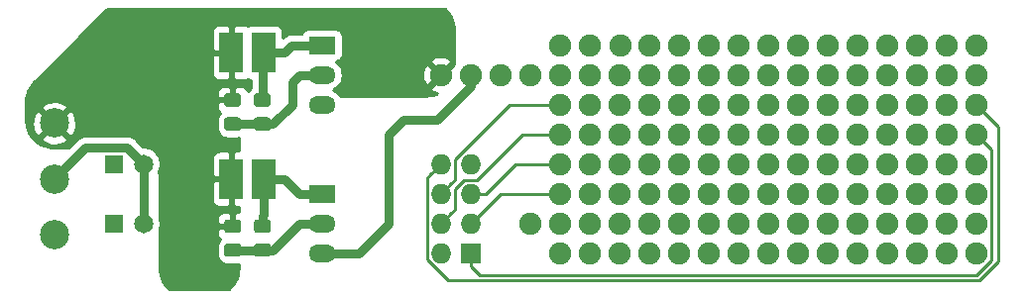
<source format=gbr>
G04 #@! TF.GenerationSoftware,KiCad,Pcbnew,5.1.5*
G04 #@! TF.CreationDate,2020-02-21T12:03:57-06:00*
G04 #@! TF.ProjectId,ESP-01_Breakout,4553502d-3031-45f4-9272-65616b6f7574,rev?*
G04 #@! TF.SameCoordinates,Original*
G04 #@! TF.FileFunction,Copper,L1,Top*
G04 #@! TF.FilePolarity,Positive*
%FSLAX46Y46*%
G04 Gerber Fmt 4.6, Leading zero omitted, Abs format (unit mm)*
G04 Created by KiCad (PCBNEW 5.1.5) date 2020-02-21 12:03:57*
%MOMM*%
%LPD*%
G04 APERTURE LIST*
%ADD10C,1.905000*%
%ADD11R,1.727200X1.727200*%
%ADD12O,1.727200X1.727200*%
%ADD13C,2.500000*%
%ADD14C,1.650000*%
%ADD15R,1.650000X1.650000*%
%ADD16O,2.300000X1.500000*%
%ADD17R,2.300000X1.500000*%
%ADD18R,2.050000X3.500000*%
%ADD19C,0.127000*%
%ADD20C,0.762000*%
%ADD21C,0.250000*%
%ADD22C,0.254000*%
G04 APERTURE END LIST*
D10*
X187960000Y-81280000D03*
D11*
X162560000Y-99060000D03*
D12*
X160020000Y-99060000D03*
X162560000Y-96520000D03*
X160020000Y-96520000D03*
X162560000Y-93980000D03*
X160020000Y-93980000D03*
X162560000Y-91440000D03*
X160020000Y-91440000D03*
D10*
X160020000Y-83820000D03*
X167640000Y-83820000D03*
X167640000Y-96520000D03*
X162560000Y-83820000D03*
X165100000Y-83820000D03*
X205740000Y-99060000D03*
X205740000Y-83820000D03*
X170180000Y-91440000D03*
X172720000Y-93980000D03*
X205740000Y-86360000D03*
X205740000Y-88900000D03*
X198120000Y-96520000D03*
X170180000Y-99060000D03*
X172720000Y-99060000D03*
X177800000Y-83820000D03*
X172720000Y-91440000D03*
X170180000Y-93980000D03*
X203200000Y-86360000D03*
X203200000Y-88900000D03*
X182880000Y-96520000D03*
X203200000Y-99060000D03*
X182880000Y-99060000D03*
X175260000Y-83820000D03*
X177800000Y-93980000D03*
X205740000Y-91440000D03*
X198120000Y-88900000D03*
X198120000Y-86360000D03*
X193040000Y-96520000D03*
X185420000Y-99060000D03*
X177800000Y-99060000D03*
X172720000Y-83820000D03*
X175260000Y-93980000D03*
X198120000Y-91440000D03*
X193040000Y-88900000D03*
X195580000Y-86360000D03*
X190500000Y-96520000D03*
X180340000Y-99060000D03*
X170180000Y-83820000D03*
X203200000Y-93980000D03*
X203200000Y-91440000D03*
X190500000Y-88900000D03*
X193040000Y-86360000D03*
X180340000Y-96520000D03*
X175260000Y-99060000D03*
X190500000Y-81280000D03*
X203200000Y-83820000D03*
X182880000Y-93980000D03*
X200660000Y-91440000D03*
X195580000Y-88900000D03*
X187960000Y-86360000D03*
X185420000Y-96520000D03*
X203200000Y-81280000D03*
X193040000Y-81280000D03*
X180340000Y-83820000D03*
X190500000Y-93980000D03*
X195580000Y-91440000D03*
X200660000Y-88900000D03*
X190500000Y-86360000D03*
X200660000Y-96520000D03*
X198120000Y-81280000D03*
X205740000Y-81280000D03*
X193040000Y-83820000D03*
X187960000Y-93980000D03*
X175260000Y-91440000D03*
X187960000Y-88900000D03*
X200660000Y-86360000D03*
X203200000Y-96520000D03*
X200660000Y-81280000D03*
X185420000Y-81280000D03*
X200660000Y-83820000D03*
X193040000Y-93980000D03*
X193040000Y-91440000D03*
X182880000Y-88900000D03*
X182880000Y-86360000D03*
X205740000Y-96520000D03*
X195580000Y-81280000D03*
X182880000Y-81280000D03*
X190500000Y-83820000D03*
X180340000Y-93980000D03*
X190500000Y-91440000D03*
X185420000Y-88900000D03*
X185420000Y-86360000D03*
X177800000Y-96520000D03*
X198120000Y-99060000D03*
X180340000Y-81280000D03*
X187960000Y-83820000D03*
X205740000Y-93980000D03*
X185420000Y-91440000D03*
X180340000Y-88900000D03*
X180340000Y-86360000D03*
X170180000Y-96520000D03*
X170180000Y-81280000D03*
X200660000Y-99060000D03*
X185420000Y-83820000D03*
X195580000Y-93980000D03*
X187960000Y-91440000D03*
X177800000Y-88900000D03*
X175260000Y-86360000D03*
X187960000Y-96520000D03*
X177800000Y-81280000D03*
X195580000Y-99060000D03*
X198120000Y-83820000D03*
X198120000Y-93980000D03*
X177800000Y-91440000D03*
X172720000Y-88900000D03*
X172720000Y-86360000D03*
X172720000Y-96520000D03*
X187960000Y-99060000D03*
X175410000Y-81280000D03*
X182880000Y-83820000D03*
X185420000Y-93980000D03*
X182880000Y-91440000D03*
X170180000Y-88900000D03*
X170180000Y-86360000D03*
X195580000Y-96520000D03*
X190500000Y-99060000D03*
X172720000Y-81280000D03*
X195580000Y-83820000D03*
X200660000Y-93980000D03*
X180340000Y-91440000D03*
X175260000Y-88900000D03*
X177800000Y-86360000D03*
X175260000Y-96520000D03*
X193040000Y-99060000D03*
D13*
X127000000Y-97460000D03*
X127000000Y-92710000D03*
X127000000Y-87960000D03*
D14*
X134620000Y-96520000D03*
D15*
X132080000Y-96520000D03*
D14*
X134620000Y-91440000D03*
D15*
X132080000Y-91440000D03*
D16*
X149860000Y-86360000D03*
X149860000Y-83820000D03*
D17*
X149860000Y-81280000D03*
D16*
X149860000Y-99060000D03*
X149860000Y-96520000D03*
D17*
X149860000Y-93980000D03*
D18*
X144885000Y-92710000D03*
X142135000Y-92710000D03*
X144885000Y-81915000D03*
X142135000Y-81915000D03*
G04 #@! TA.AperFunction,SMDPad,CuDef*
D19*
G36*
X145254505Y-98241204D02*
G01*
X145278773Y-98244804D01*
X145302572Y-98250765D01*
X145325671Y-98259030D01*
X145347850Y-98269520D01*
X145368893Y-98282132D01*
X145388599Y-98296747D01*
X145406777Y-98313223D01*
X145423253Y-98331401D01*
X145437868Y-98351107D01*
X145450480Y-98372150D01*
X145460970Y-98394329D01*
X145469235Y-98417428D01*
X145475196Y-98441227D01*
X145478796Y-98465495D01*
X145480000Y-98489999D01*
X145480000Y-99140001D01*
X145478796Y-99164505D01*
X145475196Y-99188773D01*
X145469235Y-99212572D01*
X145460970Y-99235671D01*
X145450480Y-99257850D01*
X145437868Y-99278893D01*
X145423253Y-99298599D01*
X145406777Y-99316777D01*
X145388599Y-99333253D01*
X145368893Y-99347868D01*
X145347850Y-99360480D01*
X145325671Y-99370970D01*
X145302572Y-99379235D01*
X145278773Y-99385196D01*
X145254505Y-99388796D01*
X145230001Y-99390000D01*
X144329999Y-99390000D01*
X144305495Y-99388796D01*
X144281227Y-99385196D01*
X144257428Y-99379235D01*
X144234329Y-99370970D01*
X144212150Y-99360480D01*
X144191107Y-99347868D01*
X144171401Y-99333253D01*
X144153223Y-99316777D01*
X144136747Y-99298599D01*
X144122132Y-99278893D01*
X144109520Y-99257850D01*
X144099030Y-99235671D01*
X144090765Y-99212572D01*
X144084804Y-99188773D01*
X144081204Y-99164505D01*
X144080000Y-99140001D01*
X144080000Y-98489999D01*
X144081204Y-98465495D01*
X144084804Y-98441227D01*
X144090765Y-98417428D01*
X144099030Y-98394329D01*
X144109520Y-98372150D01*
X144122132Y-98351107D01*
X144136747Y-98331401D01*
X144153223Y-98313223D01*
X144171401Y-98296747D01*
X144191107Y-98282132D01*
X144212150Y-98269520D01*
X144234329Y-98259030D01*
X144257428Y-98250765D01*
X144281227Y-98244804D01*
X144305495Y-98241204D01*
X144329999Y-98240000D01*
X145230001Y-98240000D01*
X145254505Y-98241204D01*
G37*
G04 #@! TD.AperFunction*
G04 #@! TA.AperFunction,SMDPad,CuDef*
G36*
X145254505Y-96191204D02*
G01*
X145278773Y-96194804D01*
X145302572Y-96200765D01*
X145325671Y-96209030D01*
X145347850Y-96219520D01*
X145368893Y-96232132D01*
X145388599Y-96246747D01*
X145406777Y-96263223D01*
X145423253Y-96281401D01*
X145437868Y-96301107D01*
X145450480Y-96322150D01*
X145460970Y-96344329D01*
X145469235Y-96367428D01*
X145475196Y-96391227D01*
X145478796Y-96415495D01*
X145480000Y-96439999D01*
X145480000Y-97090001D01*
X145478796Y-97114505D01*
X145475196Y-97138773D01*
X145469235Y-97162572D01*
X145460970Y-97185671D01*
X145450480Y-97207850D01*
X145437868Y-97228893D01*
X145423253Y-97248599D01*
X145406777Y-97266777D01*
X145388599Y-97283253D01*
X145368893Y-97297868D01*
X145347850Y-97310480D01*
X145325671Y-97320970D01*
X145302572Y-97329235D01*
X145278773Y-97335196D01*
X145254505Y-97338796D01*
X145230001Y-97340000D01*
X144329999Y-97340000D01*
X144305495Y-97338796D01*
X144281227Y-97335196D01*
X144257428Y-97329235D01*
X144234329Y-97320970D01*
X144212150Y-97310480D01*
X144191107Y-97297868D01*
X144171401Y-97283253D01*
X144153223Y-97266777D01*
X144136747Y-97248599D01*
X144122132Y-97228893D01*
X144109520Y-97207850D01*
X144099030Y-97185671D01*
X144090765Y-97162572D01*
X144084804Y-97138773D01*
X144081204Y-97114505D01*
X144080000Y-97090001D01*
X144080000Y-96439999D01*
X144081204Y-96415495D01*
X144084804Y-96391227D01*
X144090765Y-96367428D01*
X144099030Y-96344329D01*
X144109520Y-96322150D01*
X144122132Y-96301107D01*
X144136747Y-96281401D01*
X144153223Y-96263223D01*
X144171401Y-96246747D01*
X144191107Y-96232132D01*
X144212150Y-96219520D01*
X144234329Y-96209030D01*
X144257428Y-96200765D01*
X144281227Y-96194804D01*
X144305495Y-96191204D01*
X144329999Y-96190000D01*
X145230001Y-96190000D01*
X145254505Y-96191204D01*
G37*
G04 #@! TD.AperFunction*
G04 #@! TA.AperFunction,SMDPad,CuDef*
G36*
X145254505Y-87446204D02*
G01*
X145278773Y-87449804D01*
X145302572Y-87455765D01*
X145325671Y-87464030D01*
X145347850Y-87474520D01*
X145368893Y-87487132D01*
X145388599Y-87501747D01*
X145406777Y-87518223D01*
X145423253Y-87536401D01*
X145437868Y-87556107D01*
X145450480Y-87577150D01*
X145460970Y-87599329D01*
X145469235Y-87622428D01*
X145475196Y-87646227D01*
X145478796Y-87670495D01*
X145480000Y-87694999D01*
X145480000Y-88345001D01*
X145478796Y-88369505D01*
X145475196Y-88393773D01*
X145469235Y-88417572D01*
X145460970Y-88440671D01*
X145450480Y-88462850D01*
X145437868Y-88483893D01*
X145423253Y-88503599D01*
X145406777Y-88521777D01*
X145388599Y-88538253D01*
X145368893Y-88552868D01*
X145347850Y-88565480D01*
X145325671Y-88575970D01*
X145302572Y-88584235D01*
X145278773Y-88590196D01*
X145254505Y-88593796D01*
X145230001Y-88595000D01*
X144329999Y-88595000D01*
X144305495Y-88593796D01*
X144281227Y-88590196D01*
X144257428Y-88584235D01*
X144234329Y-88575970D01*
X144212150Y-88565480D01*
X144191107Y-88552868D01*
X144171401Y-88538253D01*
X144153223Y-88521777D01*
X144136747Y-88503599D01*
X144122132Y-88483893D01*
X144109520Y-88462850D01*
X144099030Y-88440671D01*
X144090765Y-88417572D01*
X144084804Y-88393773D01*
X144081204Y-88369505D01*
X144080000Y-88345001D01*
X144080000Y-87694999D01*
X144081204Y-87670495D01*
X144084804Y-87646227D01*
X144090765Y-87622428D01*
X144099030Y-87599329D01*
X144109520Y-87577150D01*
X144122132Y-87556107D01*
X144136747Y-87536401D01*
X144153223Y-87518223D01*
X144171401Y-87501747D01*
X144191107Y-87487132D01*
X144212150Y-87474520D01*
X144234329Y-87464030D01*
X144257428Y-87455765D01*
X144281227Y-87449804D01*
X144305495Y-87446204D01*
X144329999Y-87445000D01*
X145230001Y-87445000D01*
X145254505Y-87446204D01*
G37*
G04 #@! TD.AperFunction*
G04 #@! TA.AperFunction,SMDPad,CuDef*
G36*
X145254505Y-85396204D02*
G01*
X145278773Y-85399804D01*
X145302572Y-85405765D01*
X145325671Y-85414030D01*
X145347850Y-85424520D01*
X145368893Y-85437132D01*
X145388599Y-85451747D01*
X145406777Y-85468223D01*
X145423253Y-85486401D01*
X145437868Y-85506107D01*
X145450480Y-85527150D01*
X145460970Y-85549329D01*
X145469235Y-85572428D01*
X145475196Y-85596227D01*
X145478796Y-85620495D01*
X145480000Y-85644999D01*
X145480000Y-86295001D01*
X145478796Y-86319505D01*
X145475196Y-86343773D01*
X145469235Y-86367572D01*
X145460970Y-86390671D01*
X145450480Y-86412850D01*
X145437868Y-86433893D01*
X145423253Y-86453599D01*
X145406777Y-86471777D01*
X145388599Y-86488253D01*
X145368893Y-86502868D01*
X145347850Y-86515480D01*
X145325671Y-86525970D01*
X145302572Y-86534235D01*
X145278773Y-86540196D01*
X145254505Y-86543796D01*
X145230001Y-86545000D01*
X144329999Y-86545000D01*
X144305495Y-86543796D01*
X144281227Y-86540196D01*
X144257428Y-86534235D01*
X144234329Y-86525970D01*
X144212150Y-86515480D01*
X144191107Y-86502868D01*
X144171401Y-86488253D01*
X144153223Y-86471777D01*
X144136747Y-86453599D01*
X144122132Y-86433893D01*
X144109520Y-86412850D01*
X144099030Y-86390671D01*
X144090765Y-86367572D01*
X144084804Y-86343773D01*
X144081204Y-86319505D01*
X144080000Y-86295001D01*
X144080000Y-85644999D01*
X144081204Y-85620495D01*
X144084804Y-85596227D01*
X144090765Y-85572428D01*
X144099030Y-85549329D01*
X144109520Y-85527150D01*
X144122132Y-85506107D01*
X144136747Y-85486401D01*
X144153223Y-85468223D01*
X144171401Y-85451747D01*
X144191107Y-85437132D01*
X144212150Y-85424520D01*
X144234329Y-85414030D01*
X144257428Y-85405765D01*
X144281227Y-85399804D01*
X144305495Y-85396204D01*
X144329999Y-85395000D01*
X145230001Y-85395000D01*
X145254505Y-85396204D01*
G37*
G04 #@! TD.AperFunction*
G04 #@! TA.AperFunction,SMDPad,CuDef*
G36*
X142714505Y-98241204D02*
G01*
X142738773Y-98244804D01*
X142762572Y-98250765D01*
X142785671Y-98259030D01*
X142807850Y-98269520D01*
X142828893Y-98282132D01*
X142848599Y-98296747D01*
X142866777Y-98313223D01*
X142883253Y-98331401D01*
X142897868Y-98351107D01*
X142910480Y-98372150D01*
X142920970Y-98394329D01*
X142929235Y-98417428D01*
X142935196Y-98441227D01*
X142938796Y-98465495D01*
X142940000Y-98489999D01*
X142940000Y-99140001D01*
X142938796Y-99164505D01*
X142935196Y-99188773D01*
X142929235Y-99212572D01*
X142920970Y-99235671D01*
X142910480Y-99257850D01*
X142897868Y-99278893D01*
X142883253Y-99298599D01*
X142866777Y-99316777D01*
X142848599Y-99333253D01*
X142828893Y-99347868D01*
X142807850Y-99360480D01*
X142785671Y-99370970D01*
X142762572Y-99379235D01*
X142738773Y-99385196D01*
X142714505Y-99388796D01*
X142690001Y-99390000D01*
X141789999Y-99390000D01*
X141765495Y-99388796D01*
X141741227Y-99385196D01*
X141717428Y-99379235D01*
X141694329Y-99370970D01*
X141672150Y-99360480D01*
X141651107Y-99347868D01*
X141631401Y-99333253D01*
X141613223Y-99316777D01*
X141596747Y-99298599D01*
X141582132Y-99278893D01*
X141569520Y-99257850D01*
X141559030Y-99235671D01*
X141550765Y-99212572D01*
X141544804Y-99188773D01*
X141541204Y-99164505D01*
X141540000Y-99140001D01*
X141540000Y-98489999D01*
X141541204Y-98465495D01*
X141544804Y-98441227D01*
X141550765Y-98417428D01*
X141559030Y-98394329D01*
X141569520Y-98372150D01*
X141582132Y-98351107D01*
X141596747Y-98331401D01*
X141613223Y-98313223D01*
X141631401Y-98296747D01*
X141651107Y-98282132D01*
X141672150Y-98269520D01*
X141694329Y-98259030D01*
X141717428Y-98250765D01*
X141741227Y-98244804D01*
X141765495Y-98241204D01*
X141789999Y-98240000D01*
X142690001Y-98240000D01*
X142714505Y-98241204D01*
G37*
G04 #@! TD.AperFunction*
G04 #@! TA.AperFunction,SMDPad,CuDef*
G36*
X142714505Y-96191204D02*
G01*
X142738773Y-96194804D01*
X142762572Y-96200765D01*
X142785671Y-96209030D01*
X142807850Y-96219520D01*
X142828893Y-96232132D01*
X142848599Y-96246747D01*
X142866777Y-96263223D01*
X142883253Y-96281401D01*
X142897868Y-96301107D01*
X142910480Y-96322150D01*
X142920970Y-96344329D01*
X142929235Y-96367428D01*
X142935196Y-96391227D01*
X142938796Y-96415495D01*
X142940000Y-96439999D01*
X142940000Y-97090001D01*
X142938796Y-97114505D01*
X142935196Y-97138773D01*
X142929235Y-97162572D01*
X142920970Y-97185671D01*
X142910480Y-97207850D01*
X142897868Y-97228893D01*
X142883253Y-97248599D01*
X142866777Y-97266777D01*
X142848599Y-97283253D01*
X142828893Y-97297868D01*
X142807850Y-97310480D01*
X142785671Y-97320970D01*
X142762572Y-97329235D01*
X142738773Y-97335196D01*
X142714505Y-97338796D01*
X142690001Y-97340000D01*
X141789999Y-97340000D01*
X141765495Y-97338796D01*
X141741227Y-97335196D01*
X141717428Y-97329235D01*
X141694329Y-97320970D01*
X141672150Y-97310480D01*
X141651107Y-97297868D01*
X141631401Y-97283253D01*
X141613223Y-97266777D01*
X141596747Y-97248599D01*
X141582132Y-97228893D01*
X141569520Y-97207850D01*
X141559030Y-97185671D01*
X141550765Y-97162572D01*
X141544804Y-97138773D01*
X141541204Y-97114505D01*
X141540000Y-97090001D01*
X141540000Y-96439999D01*
X141541204Y-96415495D01*
X141544804Y-96391227D01*
X141550765Y-96367428D01*
X141559030Y-96344329D01*
X141569520Y-96322150D01*
X141582132Y-96301107D01*
X141596747Y-96281401D01*
X141613223Y-96263223D01*
X141631401Y-96246747D01*
X141651107Y-96232132D01*
X141672150Y-96219520D01*
X141694329Y-96209030D01*
X141717428Y-96200765D01*
X141741227Y-96194804D01*
X141765495Y-96191204D01*
X141789999Y-96190000D01*
X142690001Y-96190000D01*
X142714505Y-96191204D01*
G37*
G04 #@! TD.AperFunction*
G04 #@! TA.AperFunction,SMDPad,CuDef*
G36*
X142714505Y-87446204D02*
G01*
X142738773Y-87449804D01*
X142762572Y-87455765D01*
X142785671Y-87464030D01*
X142807850Y-87474520D01*
X142828893Y-87487132D01*
X142848599Y-87501747D01*
X142866777Y-87518223D01*
X142883253Y-87536401D01*
X142897868Y-87556107D01*
X142910480Y-87577150D01*
X142920970Y-87599329D01*
X142929235Y-87622428D01*
X142935196Y-87646227D01*
X142938796Y-87670495D01*
X142940000Y-87694999D01*
X142940000Y-88345001D01*
X142938796Y-88369505D01*
X142935196Y-88393773D01*
X142929235Y-88417572D01*
X142920970Y-88440671D01*
X142910480Y-88462850D01*
X142897868Y-88483893D01*
X142883253Y-88503599D01*
X142866777Y-88521777D01*
X142848599Y-88538253D01*
X142828893Y-88552868D01*
X142807850Y-88565480D01*
X142785671Y-88575970D01*
X142762572Y-88584235D01*
X142738773Y-88590196D01*
X142714505Y-88593796D01*
X142690001Y-88595000D01*
X141789999Y-88595000D01*
X141765495Y-88593796D01*
X141741227Y-88590196D01*
X141717428Y-88584235D01*
X141694329Y-88575970D01*
X141672150Y-88565480D01*
X141651107Y-88552868D01*
X141631401Y-88538253D01*
X141613223Y-88521777D01*
X141596747Y-88503599D01*
X141582132Y-88483893D01*
X141569520Y-88462850D01*
X141559030Y-88440671D01*
X141550765Y-88417572D01*
X141544804Y-88393773D01*
X141541204Y-88369505D01*
X141540000Y-88345001D01*
X141540000Y-87694999D01*
X141541204Y-87670495D01*
X141544804Y-87646227D01*
X141550765Y-87622428D01*
X141559030Y-87599329D01*
X141569520Y-87577150D01*
X141582132Y-87556107D01*
X141596747Y-87536401D01*
X141613223Y-87518223D01*
X141631401Y-87501747D01*
X141651107Y-87487132D01*
X141672150Y-87474520D01*
X141694329Y-87464030D01*
X141717428Y-87455765D01*
X141741227Y-87449804D01*
X141765495Y-87446204D01*
X141789999Y-87445000D01*
X142690001Y-87445000D01*
X142714505Y-87446204D01*
G37*
G04 #@! TD.AperFunction*
G04 #@! TA.AperFunction,SMDPad,CuDef*
G36*
X142714505Y-85396204D02*
G01*
X142738773Y-85399804D01*
X142762572Y-85405765D01*
X142785671Y-85414030D01*
X142807850Y-85424520D01*
X142828893Y-85437132D01*
X142848599Y-85451747D01*
X142866777Y-85468223D01*
X142883253Y-85486401D01*
X142897868Y-85506107D01*
X142910480Y-85527150D01*
X142920970Y-85549329D01*
X142929235Y-85572428D01*
X142935196Y-85596227D01*
X142938796Y-85620495D01*
X142940000Y-85644999D01*
X142940000Y-86295001D01*
X142938796Y-86319505D01*
X142935196Y-86343773D01*
X142929235Y-86367572D01*
X142920970Y-86390671D01*
X142910480Y-86412850D01*
X142897868Y-86433893D01*
X142883253Y-86453599D01*
X142866777Y-86471777D01*
X142848599Y-86488253D01*
X142828893Y-86502868D01*
X142807850Y-86515480D01*
X142785671Y-86525970D01*
X142762572Y-86534235D01*
X142738773Y-86540196D01*
X142714505Y-86543796D01*
X142690001Y-86545000D01*
X141789999Y-86545000D01*
X141765495Y-86543796D01*
X141741227Y-86540196D01*
X141717428Y-86534235D01*
X141694329Y-86525970D01*
X141672150Y-86515480D01*
X141651107Y-86502868D01*
X141631401Y-86488253D01*
X141613223Y-86471777D01*
X141596747Y-86453599D01*
X141582132Y-86433893D01*
X141569520Y-86412850D01*
X141559030Y-86390671D01*
X141550765Y-86367572D01*
X141544804Y-86343773D01*
X141541204Y-86319505D01*
X141540000Y-86295001D01*
X141540000Y-85644999D01*
X141541204Y-85620495D01*
X141544804Y-85596227D01*
X141550765Y-85572428D01*
X141559030Y-85549329D01*
X141569520Y-85527150D01*
X141582132Y-85506107D01*
X141596747Y-85486401D01*
X141613223Y-85468223D01*
X141631401Y-85451747D01*
X141651107Y-85437132D01*
X141672150Y-85424520D01*
X141694329Y-85414030D01*
X141717428Y-85405765D01*
X141741227Y-85399804D01*
X141765495Y-85396204D01*
X141789999Y-85395000D01*
X142690001Y-85395000D01*
X142714505Y-85396204D01*
G37*
G04 #@! TD.AperFunction*
D20*
X142240000Y-98815000D02*
X144780000Y-98815000D01*
X144780000Y-98815000D02*
X145660000Y-98815000D01*
X147948000Y-96520000D02*
X149860000Y-96520000D01*
X145660000Y-98808000D02*
X147948000Y-96520000D01*
X145660000Y-98815000D02*
X145660000Y-98808000D01*
X142240000Y-88020000D02*
X144780000Y-88020000D01*
X144780000Y-88020000D02*
X145660000Y-88020000D01*
X145660000Y-88020000D02*
X145660000Y-88013000D01*
X147948000Y-83820000D02*
X149860000Y-83820000D01*
X147320000Y-84448000D02*
X147948000Y-83820000D01*
X147320000Y-86360000D02*
X147320000Y-84448000D01*
X145660000Y-88020000D02*
X147320000Y-86360000D01*
D21*
X142135000Y-85865000D02*
X142240000Y-85970000D01*
X142135000Y-81915000D02*
X142135000Y-85865000D01*
D20*
X144780000Y-82020000D02*
X144885000Y-81915000D01*
X144780000Y-85970000D02*
X144780000Y-82020000D01*
X146672000Y-81915000D02*
X147307000Y-81280000D01*
X144885000Y-81915000D02*
X146672000Y-81915000D01*
X147307000Y-81280000D02*
X149860000Y-81280000D01*
X144780000Y-96765000D02*
X144780000Y-95885000D01*
X144885000Y-95780000D02*
X144885000Y-92710000D01*
X144780000Y-95885000D02*
X144885000Y-95780000D01*
X147942000Y-93980000D02*
X149860000Y-93980000D01*
X144885000Y-92710000D02*
X146672000Y-92710000D01*
X146672000Y-92710000D02*
X147942000Y-93980000D01*
D22*
X160883599Y-93116401D02*
X160020000Y-93980000D01*
X161210601Y-92789399D02*
X160883599Y-93116401D01*
X165877910Y-86360000D02*
X161210601Y-91027309D01*
X161210601Y-91027309D02*
X161210601Y-92789399D01*
X170180000Y-86360000D02*
X165877910Y-86360000D01*
X160883599Y-95656401D02*
X160020000Y-96520000D01*
X167005000Y-88900000D02*
X163115601Y-92789399D01*
X161210601Y-93567309D02*
X161210601Y-95329399D01*
X170180000Y-88900000D02*
X167005000Y-88900000D01*
X163115601Y-92789399D02*
X161988511Y-92789399D01*
X161210601Y-95329399D02*
X160883599Y-95656401D01*
X161988511Y-92789399D02*
X161210601Y-93567309D01*
D20*
X149860000Y-99060000D02*
X153035000Y-99060000D01*
X153035000Y-99060000D02*
X155575000Y-96520000D01*
X155575000Y-96520000D02*
X155575000Y-88900000D01*
X155575000Y-88900000D02*
X156845000Y-87630000D01*
X162560000Y-84820000D02*
X162560000Y-83820000D01*
X159750000Y-87630000D02*
X162560000Y-84820000D01*
X156845000Y-87630000D02*
X159750000Y-87630000D01*
D22*
X162560000Y-100177600D02*
X162560000Y-99060000D01*
X163347400Y-100965000D02*
X162560000Y-100177600D01*
X205798962Y-100965000D02*
X163347400Y-100965000D01*
X207067001Y-99696961D02*
X205798962Y-100965000D01*
X207067001Y-90227001D02*
X207067001Y-99696961D01*
X205740000Y-88900000D02*
X207067001Y-90227001D01*
X158829399Y-92630601D02*
X159156401Y-92303599D01*
X159156401Y-92303599D02*
X160020000Y-91440000D01*
X158829399Y-99631489D02*
X158829399Y-92630601D01*
X205740000Y-86360000D02*
X207645000Y-88265000D01*
X207645000Y-88265000D02*
X207645000Y-99761028D01*
X160616920Y-101419010D02*
X158829399Y-99631489D01*
X207645000Y-99761028D02*
X205987019Y-101419010D01*
X205987019Y-101419010D02*
X160616920Y-101419010D01*
X165100000Y-93980000D02*
X162560000Y-96520000D01*
X170180000Y-93980000D02*
X165100000Y-93980000D01*
X170180000Y-91440000D02*
X166370000Y-91440000D01*
X163830000Y-93980000D02*
X162560000Y-93980000D01*
X166370000Y-91440000D02*
X163830000Y-93980000D01*
D20*
X134620000Y-96520000D02*
X134620000Y-91440000D01*
X128249999Y-91460001D02*
X127000000Y-92710000D01*
X133213999Y-90033999D02*
X129676001Y-90033999D01*
X129676001Y-90033999D02*
X128249999Y-91460001D01*
X134620000Y-91440000D02*
X133213999Y-90033999D01*
D22*
G36*
X160349955Y-78204012D02*
G01*
X160555988Y-78410045D01*
X160735668Y-78639390D01*
X160886401Y-78888733D01*
X161005974Y-79154414D01*
X161092657Y-79432588D01*
X161145177Y-79719179D01*
X161163000Y-80013832D01*
X161163000Y-82912453D01*
X161121535Y-82898070D01*
X160199605Y-83820000D01*
X160213748Y-83834143D01*
X160034143Y-84013748D01*
X160020000Y-83999605D01*
X159098070Y-84921535D01*
X159188098Y-85181081D01*
X159469616Y-85317224D01*
X159730187Y-85384896D01*
X159605586Y-85440974D01*
X159327412Y-85527657D01*
X159040821Y-85580177D01*
X158746168Y-85598000D01*
X151423137Y-85598000D01*
X151417157Y-85586812D01*
X151244081Y-85375919D01*
X151033188Y-85202843D01*
X150822073Y-85090000D01*
X151033188Y-84977157D01*
X151244081Y-84804081D01*
X151417157Y-84593188D01*
X151545764Y-84352581D01*
X151624960Y-84091507D01*
X151645350Y-83884474D01*
X158426123Y-83884474D01*
X158469328Y-84194185D01*
X158572123Y-84489516D01*
X158658919Y-84651902D01*
X158918465Y-84741930D01*
X159840395Y-83820000D01*
X158918465Y-82898070D01*
X158658919Y-82988098D01*
X158522776Y-83269616D01*
X158444171Y-83572286D01*
X158426123Y-83884474D01*
X151645350Y-83884474D01*
X151651701Y-83820000D01*
X151624960Y-83548493D01*
X151545764Y-83287419D01*
X151417157Y-83046812D01*
X151244081Y-82835919D01*
X151100963Y-82718465D01*
X159098070Y-82718465D01*
X160020000Y-83640395D01*
X160941930Y-82718465D01*
X160851902Y-82458919D01*
X160570384Y-82322776D01*
X160267714Y-82244171D01*
X159955526Y-82226123D01*
X159645815Y-82269328D01*
X159350484Y-82372123D01*
X159188098Y-82458919D01*
X159098070Y-82718465D01*
X151100963Y-82718465D01*
X151036392Y-82665473D01*
X151134482Y-82655812D01*
X151254180Y-82619502D01*
X151364494Y-82560537D01*
X151461185Y-82481185D01*
X151540537Y-82384494D01*
X151599502Y-82274180D01*
X151635812Y-82154482D01*
X151648072Y-82030000D01*
X151648072Y-80530000D01*
X151635812Y-80405518D01*
X151599502Y-80285820D01*
X151540537Y-80175506D01*
X151461185Y-80078815D01*
X151364494Y-79999463D01*
X151254180Y-79940498D01*
X151134482Y-79904188D01*
X151010000Y-79891928D01*
X148710000Y-79891928D01*
X148585518Y-79904188D01*
X148465820Y-79940498D01*
X148355506Y-79999463D01*
X148258815Y-80078815D01*
X148179463Y-80175506D01*
X148132161Y-80264000D01*
X147356902Y-80264000D01*
X147307000Y-80259085D01*
X147257098Y-80264000D01*
X147107829Y-80278702D01*
X146916313Y-80336798D01*
X146739810Y-80431140D01*
X146585104Y-80558104D01*
X146553287Y-80596873D01*
X146548072Y-80602088D01*
X146548072Y-80165000D01*
X146535812Y-80040518D01*
X146499502Y-79920820D01*
X146440537Y-79810506D01*
X146361185Y-79713815D01*
X146264494Y-79634463D01*
X146154180Y-79575498D01*
X146034482Y-79539188D01*
X145910000Y-79526928D01*
X143860000Y-79526928D01*
X143735518Y-79539188D01*
X143615820Y-79575498D01*
X143510000Y-79632061D01*
X143404180Y-79575498D01*
X143284482Y-79539188D01*
X143160000Y-79526928D01*
X142420750Y-79530000D01*
X142262000Y-79688750D01*
X142262000Y-81788000D01*
X142282000Y-81788000D01*
X142282000Y-82042000D01*
X142262000Y-82042000D01*
X142262000Y-84141250D01*
X142420750Y-84300000D01*
X143160000Y-84303072D01*
X143284482Y-84290812D01*
X143404180Y-84254502D01*
X143510000Y-84197939D01*
X143615820Y-84254502D01*
X143735518Y-84290812D01*
X143764000Y-84293617D01*
X143764000Y-84966187D01*
X143702038Y-85017038D01*
X143591595Y-85151613D01*
X143552136Y-85225435D01*
X143529502Y-85150820D01*
X143470537Y-85040506D01*
X143391185Y-84943815D01*
X143294494Y-84864463D01*
X143184180Y-84805498D01*
X143064482Y-84769188D01*
X142940000Y-84756928D01*
X142525750Y-84760000D01*
X142367000Y-84918750D01*
X142367000Y-85843000D01*
X142387000Y-85843000D01*
X142387000Y-86097000D01*
X142367000Y-86097000D01*
X142367000Y-86117000D01*
X142113000Y-86117000D01*
X142113000Y-86097000D01*
X141063750Y-86097000D01*
X140905000Y-86255750D01*
X140901928Y-86545000D01*
X140914188Y-86669482D01*
X140950498Y-86789180D01*
X141009463Y-86899494D01*
X141088815Y-86996185D01*
X141168594Y-87061658D01*
X141162038Y-87067038D01*
X141051595Y-87201613D01*
X140969528Y-87355149D01*
X140918992Y-87521745D01*
X140901928Y-87694999D01*
X140901928Y-88345001D01*
X140918992Y-88518255D01*
X140969528Y-88684851D01*
X141051595Y-88838387D01*
X141162038Y-88972962D01*
X141296613Y-89083405D01*
X141450149Y-89165472D01*
X141616745Y-89216008D01*
X141789999Y-89233072D01*
X142690001Y-89233072D01*
X142748000Y-89227360D01*
X142748000Y-90323640D01*
X142420750Y-90325000D01*
X142262000Y-90483750D01*
X142262000Y-92583000D01*
X142282000Y-92583000D01*
X142282000Y-92837000D01*
X142262000Y-92837000D01*
X142262000Y-94936250D01*
X142420750Y-95095000D01*
X142748000Y-95096360D01*
X142748000Y-95553352D01*
X142525750Y-95555000D01*
X142367000Y-95713750D01*
X142367000Y-96638000D01*
X142387000Y-96638000D01*
X142387000Y-96892000D01*
X142367000Y-96892000D01*
X142367000Y-96912000D01*
X142113000Y-96912000D01*
X142113000Y-96892000D01*
X141063750Y-96892000D01*
X140905000Y-97050750D01*
X140901928Y-97340000D01*
X140914188Y-97464482D01*
X140950498Y-97584180D01*
X141009463Y-97694494D01*
X141088815Y-97791185D01*
X141168594Y-97856658D01*
X141162038Y-97862038D01*
X141051595Y-97996613D01*
X140969528Y-98150149D01*
X140918992Y-98316745D01*
X140901928Y-98489999D01*
X140901928Y-99140001D01*
X140918992Y-99313255D01*
X140969528Y-99479851D01*
X141051595Y-99633387D01*
X141162038Y-99767962D01*
X141296613Y-99878405D01*
X141450149Y-99960472D01*
X141616745Y-100011008D01*
X141789999Y-100028072D01*
X142690001Y-100028072D01*
X142748000Y-100022360D01*
X142748000Y-100326168D01*
X142730177Y-100620821D01*
X142677657Y-100907412D01*
X142590974Y-101185586D01*
X142471401Y-101451267D01*
X142320668Y-101700610D01*
X142140988Y-101929955D01*
X141934955Y-102135988D01*
X141889627Y-102171500D01*
X136875373Y-102171500D01*
X136830045Y-102135988D01*
X136624012Y-101929955D01*
X136444332Y-101700610D01*
X136293599Y-101451267D01*
X136174026Y-101185586D01*
X136087343Y-100907412D01*
X136034823Y-100620821D01*
X136017000Y-100326168D01*
X136017000Y-96962507D01*
X136023893Y-96945866D01*
X136080000Y-96663797D01*
X136080000Y-96376203D01*
X136042962Y-96190000D01*
X140901928Y-96190000D01*
X140905000Y-96479250D01*
X141063750Y-96638000D01*
X142113000Y-96638000D01*
X142113000Y-95713750D01*
X141954250Y-95555000D01*
X141540000Y-95551928D01*
X141415518Y-95564188D01*
X141295820Y-95600498D01*
X141185506Y-95659463D01*
X141088815Y-95738815D01*
X141009463Y-95835506D01*
X140950498Y-95945820D01*
X140914188Y-96065518D01*
X140901928Y-96190000D01*
X136042962Y-96190000D01*
X136023893Y-96094134D01*
X136017000Y-96077493D01*
X136017000Y-94460000D01*
X140471928Y-94460000D01*
X140484188Y-94584482D01*
X140520498Y-94704180D01*
X140579463Y-94814494D01*
X140658815Y-94911185D01*
X140755506Y-94990537D01*
X140865820Y-95049502D01*
X140985518Y-95085812D01*
X141110000Y-95098072D01*
X141849250Y-95095000D01*
X142008000Y-94936250D01*
X142008000Y-92837000D01*
X140633750Y-92837000D01*
X140475000Y-92995750D01*
X140471928Y-94460000D01*
X136017000Y-94460000D01*
X136017000Y-92710000D01*
X136016768Y-92702332D01*
X135998249Y-92396169D01*
X135996401Y-92380944D01*
X135941112Y-92079245D01*
X135939022Y-92070763D01*
X136023893Y-91865866D01*
X136080000Y-91583797D01*
X136080000Y-91296203D01*
X136023893Y-91014134D01*
X136001470Y-90960000D01*
X140471928Y-90960000D01*
X140475000Y-92424250D01*
X140633750Y-92583000D01*
X142008000Y-92583000D01*
X142008000Y-90483750D01*
X141849250Y-90325000D01*
X141110000Y-90321928D01*
X140985518Y-90334188D01*
X140865820Y-90370498D01*
X140755506Y-90429463D01*
X140658815Y-90508815D01*
X140579463Y-90605506D01*
X140520498Y-90715820D01*
X140484188Y-90835518D01*
X140471928Y-90960000D01*
X136001470Y-90960000D01*
X135913835Y-90748431D01*
X135754056Y-90509304D01*
X135550696Y-90305944D01*
X135311569Y-90146165D01*
X135045866Y-90036107D01*
X134763797Y-89980000D01*
X134596840Y-89980000D01*
X133967711Y-89350871D01*
X133935895Y-89312103D01*
X133781189Y-89185139D01*
X133604686Y-89090797D01*
X133413170Y-89032701D01*
X133263901Y-89017999D01*
X133213999Y-89013084D01*
X133164097Y-89017999D01*
X129725894Y-89017999D01*
X129676000Y-89013085D01*
X129626106Y-89017999D01*
X129626099Y-89017999D01*
X129496178Y-89030795D01*
X129476829Y-89032701D01*
X129449752Y-89040915D01*
X129285314Y-89090797D01*
X129108811Y-89185139D01*
X128954105Y-89312103D01*
X128922293Y-89350866D01*
X128230160Y-90043000D01*
X127003832Y-90043000D01*
X126709179Y-90025177D01*
X126422588Y-89972657D01*
X126144414Y-89885974D01*
X125878733Y-89766401D01*
X125629390Y-89615668D01*
X125400045Y-89435988D01*
X125237662Y-89273605D01*
X125866000Y-89273605D01*
X125991914Y-89563577D01*
X126324126Y-89729433D01*
X126682312Y-89827290D01*
X127052706Y-89853389D01*
X127421075Y-89806725D01*
X127773262Y-89689094D01*
X128008086Y-89563577D01*
X128134000Y-89273605D01*
X127000000Y-88139605D01*
X125866000Y-89273605D01*
X125237662Y-89273605D01*
X125194012Y-89229955D01*
X125014332Y-89000610D01*
X124863599Y-88751267D01*
X124744026Y-88485586D01*
X124657343Y-88207412D01*
X124621662Y-88012706D01*
X125106611Y-88012706D01*
X125153275Y-88381075D01*
X125270906Y-88733262D01*
X125396423Y-88968086D01*
X125686395Y-89094000D01*
X126820395Y-87960000D01*
X127179605Y-87960000D01*
X128313605Y-89094000D01*
X128603577Y-88968086D01*
X128769433Y-88635874D01*
X128867290Y-88277688D01*
X128893389Y-87907294D01*
X128846725Y-87538925D01*
X128729094Y-87186738D01*
X128603577Y-86951914D01*
X128313605Y-86826000D01*
X127179605Y-87960000D01*
X126820395Y-87960000D01*
X125686395Y-86826000D01*
X125396423Y-86951914D01*
X125230567Y-87284126D01*
X125132710Y-87642312D01*
X125106611Y-88012706D01*
X124621662Y-88012706D01*
X124604823Y-87920821D01*
X124587000Y-87626168D01*
X124587000Y-86646395D01*
X125866000Y-86646395D01*
X127000000Y-87780395D01*
X128134000Y-86646395D01*
X128008086Y-86356423D01*
X127675874Y-86190567D01*
X127317688Y-86092710D01*
X126947294Y-86066611D01*
X126578925Y-86113275D01*
X126226738Y-86230906D01*
X125991914Y-86356423D01*
X125866000Y-86646395D01*
X124587000Y-86646395D01*
X124587000Y-86146258D01*
X124607913Y-85827180D01*
X124669484Y-85517641D01*
X124711115Y-85395000D01*
X140901928Y-85395000D01*
X140905000Y-85684250D01*
X141063750Y-85843000D01*
X142113000Y-85843000D01*
X142113000Y-84918750D01*
X141954250Y-84760000D01*
X141540000Y-84756928D01*
X141415518Y-84769188D01*
X141295820Y-84805498D01*
X141185506Y-84864463D01*
X141088815Y-84943815D01*
X141009463Y-85040506D01*
X140950498Y-85150820D01*
X140914188Y-85270518D01*
X140901928Y-85395000D01*
X124711115Y-85395000D01*
X124770931Y-85218791D01*
X124910516Y-84935738D01*
X125085853Y-84673330D01*
X125296689Y-84432917D01*
X126064606Y-83665000D01*
X140471928Y-83665000D01*
X140484188Y-83789482D01*
X140520498Y-83909180D01*
X140579463Y-84019494D01*
X140658815Y-84116185D01*
X140755506Y-84195537D01*
X140865820Y-84254502D01*
X140985518Y-84290812D01*
X141110000Y-84303072D01*
X141849250Y-84300000D01*
X142008000Y-84141250D01*
X142008000Y-82042000D01*
X140633750Y-82042000D01*
X140475000Y-82200750D01*
X140471928Y-83665000D01*
X126064606Y-83665000D01*
X129564606Y-80165000D01*
X140471928Y-80165000D01*
X140475000Y-81629250D01*
X140633750Y-81788000D01*
X142008000Y-81788000D01*
X142008000Y-79688750D01*
X141849250Y-79530000D01*
X141110000Y-79526928D01*
X140985518Y-79539188D01*
X140865820Y-79575498D01*
X140755506Y-79634463D01*
X140658815Y-79713815D01*
X140579463Y-79810506D01*
X140520498Y-79920820D01*
X140484188Y-80040518D01*
X140471928Y-80165000D01*
X129564606Y-80165000D01*
X131422917Y-78306689D01*
X131580492Y-78168500D01*
X160304627Y-78168500D01*
X160349955Y-78204012D01*
G37*
X160349955Y-78204012D02*
X160555988Y-78410045D01*
X160735668Y-78639390D01*
X160886401Y-78888733D01*
X161005974Y-79154414D01*
X161092657Y-79432588D01*
X161145177Y-79719179D01*
X161163000Y-80013832D01*
X161163000Y-82912453D01*
X161121535Y-82898070D01*
X160199605Y-83820000D01*
X160213748Y-83834143D01*
X160034143Y-84013748D01*
X160020000Y-83999605D01*
X159098070Y-84921535D01*
X159188098Y-85181081D01*
X159469616Y-85317224D01*
X159730187Y-85384896D01*
X159605586Y-85440974D01*
X159327412Y-85527657D01*
X159040821Y-85580177D01*
X158746168Y-85598000D01*
X151423137Y-85598000D01*
X151417157Y-85586812D01*
X151244081Y-85375919D01*
X151033188Y-85202843D01*
X150822073Y-85090000D01*
X151033188Y-84977157D01*
X151244081Y-84804081D01*
X151417157Y-84593188D01*
X151545764Y-84352581D01*
X151624960Y-84091507D01*
X151645350Y-83884474D01*
X158426123Y-83884474D01*
X158469328Y-84194185D01*
X158572123Y-84489516D01*
X158658919Y-84651902D01*
X158918465Y-84741930D01*
X159840395Y-83820000D01*
X158918465Y-82898070D01*
X158658919Y-82988098D01*
X158522776Y-83269616D01*
X158444171Y-83572286D01*
X158426123Y-83884474D01*
X151645350Y-83884474D01*
X151651701Y-83820000D01*
X151624960Y-83548493D01*
X151545764Y-83287419D01*
X151417157Y-83046812D01*
X151244081Y-82835919D01*
X151100963Y-82718465D01*
X159098070Y-82718465D01*
X160020000Y-83640395D01*
X160941930Y-82718465D01*
X160851902Y-82458919D01*
X160570384Y-82322776D01*
X160267714Y-82244171D01*
X159955526Y-82226123D01*
X159645815Y-82269328D01*
X159350484Y-82372123D01*
X159188098Y-82458919D01*
X159098070Y-82718465D01*
X151100963Y-82718465D01*
X151036392Y-82665473D01*
X151134482Y-82655812D01*
X151254180Y-82619502D01*
X151364494Y-82560537D01*
X151461185Y-82481185D01*
X151540537Y-82384494D01*
X151599502Y-82274180D01*
X151635812Y-82154482D01*
X151648072Y-82030000D01*
X151648072Y-80530000D01*
X151635812Y-80405518D01*
X151599502Y-80285820D01*
X151540537Y-80175506D01*
X151461185Y-80078815D01*
X151364494Y-79999463D01*
X151254180Y-79940498D01*
X151134482Y-79904188D01*
X151010000Y-79891928D01*
X148710000Y-79891928D01*
X148585518Y-79904188D01*
X148465820Y-79940498D01*
X148355506Y-79999463D01*
X148258815Y-80078815D01*
X148179463Y-80175506D01*
X148132161Y-80264000D01*
X147356902Y-80264000D01*
X147307000Y-80259085D01*
X147257098Y-80264000D01*
X147107829Y-80278702D01*
X146916313Y-80336798D01*
X146739810Y-80431140D01*
X146585104Y-80558104D01*
X146553287Y-80596873D01*
X146548072Y-80602088D01*
X146548072Y-80165000D01*
X146535812Y-80040518D01*
X146499502Y-79920820D01*
X146440537Y-79810506D01*
X146361185Y-79713815D01*
X146264494Y-79634463D01*
X146154180Y-79575498D01*
X146034482Y-79539188D01*
X145910000Y-79526928D01*
X143860000Y-79526928D01*
X143735518Y-79539188D01*
X143615820Y-79575498D01*
X143510000Y-79632061D01*
X143404180Y-79575498D01*
X143284482Y-79539188D01*
X143160000Y-79526928D01*
X142420750Y-79530000D01*
X142262000Y-79688750D01*
X142262000Y-81788000D01*
X142282000Y-81788000D01*
X142282000Y-82042000D01*
X142262000Y-82042000D01*
X142262000Y-84141250D01*
X142420750Y-84300000D01*
X143160000Y-84303072D01*
X143284482Y-84290812D01*
X143404180Y-84254502D01*
X143510000Y-84197939D01*
X143615820Y-84254502D01*
X143735518Y-84290812D01*
X143764000Y-84293617D01*
X143764000Y-84966187D01*
X143702038Y-85017038D01*
X143591595Y-85151613D01*
X143552136Y-85225435D01*
X143529502Y-85150820D01*
X143470537Y-85040506D01*
X143391185Y-84943815D01*
X143294494Y-84864463D01*
X143184180Y-84805498D01*
X143064482Y-84769188D01*
X142940000Y-84756928D01*
X142525750Y-84760000D01*
X142367000Y-84918750D01*
X142367000Y-85843000D01*
X142387000Y-85843000D01*
X142387000Y-86097000D01*
X142367000Y-86097000D01*
X142367000Y-86117000D01*
X142113000Y-86117000D01*
X142113000Y-86097000D01*
X141063750Y-86097000D01*
X140905000Y-86255750D01*
X140901928Y-86545000D01*
X140914188Y-86669482D01*
X140950498Y-86789180D01*
X141009463Y-86899494D01*
X141088815Y-86996185D01*
X141168594Y-87061658D01*
X141162038Y-87067038D01*
X141051595Y-87201613D01*
X140969528Y-87355149D01*
X140918992Y-87521745D01*
X140901928Y-87694999D01*
X140901928Y-88345001D01*
X140918992Y-88518255D01*
X140969528Y-88684851D01*
X141051595Y-88838387D01*
X141162038Y-88972962D01*
X141296613Y-89083405D01*
X141450149Y-89165472D01*
X141616745Y-89216008D01*
X141789999Y-89233072D01*
X142690001Y-89233072D01*
X142748000Y-89227360D01*
X142748000Y-90323640D01*
X142420750Y-90325000D01*
X142262000Y-90483750D01*
X142262000Y-92583000D01*
X142282000Y-92583000D01*
X142282000Y-92837000D01*
X142262000Y-92837000D01*
X142262000Y-94936250D01*
X142420750Y-95095000D01*
X142748000Y-95096360D01*
X142748000Y-95553352D01*
X142525750Y-95555000D01*
X142367000Y-95713750D01*
X142367000Y-96638000D01*
X142387000Y-96638000D01*
X142387000Y-96892000D01*
X142367000Y-96892000D01*
X142367000Y-96912000D01*
X142113000Y-96912000D01*
X142113000Y-96892000D01*
X141063750Y-96892000D01*
X140905000Y-97050750D01*
X140901928Y-97340000D01*
X140914188Y-97464482D01*
X140950498Y-97584180D01*
X141009463Y-97694494D01*
X141088815Y-97791185D01*
X141168594Y-97856658D01*
X141162038Y-97862038D01*
X141051595Y-97996613D01*
X140969528Y-98150149D01*
X140918992Y-98316745D01*
X140901928Y-98489999D01*
X140901928Y-99140001D01*
X140918992Y-99313255D01*
X140969528Y-99479851D01*
X141051595Y-99633387D01*
X141162038Y-99767962D01*
X141296613Y-99878405D01*
X141450149Y-99960472D01*
X141616745Y-100011008D01*
X141789999Y-100028072D01*
X142690001Y-100028072D01*
X142748000Y-100022360D01*
X142748000Y-100326168D01*
X142730177Y-100620821D01*
X142677657Y-100907412D01*
X142590974Y-101185586D01*
X142471401Y-101451267D01*
X142320668Y-101700610D01*
X142140988Y-101929955D01*
X141934955Y-102135988D01*
X141889627Y-102171500D01*
X136875373Y-102171500D01*
X136830045Y-102135988D01*
X136624012Y-101929955D01*
X136444332Y-101700610D01*
X136293599Y-101451267D01*
X136174026Y-101185586D01*
X136087343Y-100907412D01*
X136034823Y-100620821D01*
X136017000Y-100326168D01*
X136017000Y-96962507D01*
X136023893Y-96945866D01*
X136080000Y-96663797D01*
X136080000Y-96376203D01*
X136042962Y-96190000D01*
X140901928Y-96190000D01*
X140905000Y-96479250D01*
X141063750Y-96638000D01*
X142113000Y-96638000D01*
X142113000Y-95713750D01*
X141954250Y-95555000D01*
X141540000Y-95551928D01*
X141415518Y-95564188D01*
X141295820Y-95600498D01*
X141185506Y-95659463D01*
X141088815Y-95738815D01*
X141009463Y-95835506D01*
X140950498Y-95945820D01*
X140914188Y-96065518D01*
X140901928Y-96190000D01*
X136042962Y-96190000D01*
X136023893Y-96094134D01*
X136017000Y-96077493D01*
X136017000Y-94460000D01*
X140471928Y-94460000D01*
X140484188Y-94584482D01*
X140520498Y-94704180D01*
X140579463Y-94814494D01*
X140658815Y-94911185D01*
X140755506Y-94990537D01*
X140865820Y-95049502D01*
X140985518Y-95085812D01*
X141110000Y-95098072D01*
X141849250Y-95095000D01*
X142008000Y-94936250D01*
X142008000Y-92837000D01*
X140633750Y-92837000D01*
X140475000Y-92995750D01*
X140471928Y-94460000D01*
X136017000Y-94460000D01*
X136017000Y-92710000D01*
X136016768Y-92702332D01*
X135998249Y-92396169D01*
X135996401Y-92380944D01*
X135941112Y-92079245D01*
X135939022Y-92070763D01*
X136023893Y-91865866D01*
X136080000Y-91583797D01*
X136080000Y-91296203D01*
X136023893Y-91014134D01*
X136001470Y-90960000D01*
X140471928Y-90960000D01*
X140475000Y-92424250D01*
X140633750Y-92583000D01*
X142008000Y-92583000D01*
X142008000Y-90483750D01*
X141849250Y-90325000D01*
X141110000Y-90321928D01*
X140985518Y-90334188D01*
X140865820Y-90370498D01*
X140755506Y-90429463D01*
X140658815Y-90508815D01*
X140579463Y-90605506D01*
X140520498Y-90715820D01*
X140484188Y-90835518D01*
X140471928Y-90960000D01*
X136001470Y-90960000D01*
X135913835Y-90748431D01*
X135754056Y-90509304D01*
X135550696Y-90305944D01*
X135311569Y-90146165D01*
X135045866Y-90036107D01*
X134763797Y-89980000D01*
X134596840Y-89980000D01*
X133967711Y-89350871D01*
X133935895Y-89312103D01*
X133781189Y-89185139D01*
X133604686Y-89090797D01*
X133413170Y-89032701D01*
X133263901Y-89017999D01*
X133213999Y-89013084D01*
X133164097Y-89017999D01*
X129725894Y-89017999D01*
X129676000Y-89013085D01*
X129626106Y-89017999D01*
X129626099Y-89017999D01*
X129496178Y-89030795D01*
X129476829Y-89032701D01*
X129449752Y-89040915D01*
X129285314Y-89090797D01*
X129108811Y-89185139D01*
X128954105Y-89312103D01*
X128922293Y-89350866D01*
X128230160Y-90043000D01*
X127003832Y-90043000D01*
X126709179Y-90025177D01*
X126422588Y-89972657D01*
X126144414Y-89885974D01*
X125878733Y-89766401D01*
X125629390Y-89615668D01*
X125400045Y-89435988D01*
X125237662Y-89273605D01*
X125866000Y-89273605D01*
X125991914Y-89563577D01*
X126324126Y-89729433D01*
X126682312Y-89827290D01*
X127052706Y-89853389D01*
X127421075Y-89806725D01*
X127773262Y-89689094D01*
X128008086Y-89563577D01*
X128134000Y-89273605D01*
X127000000Y-88139605D01*
X125866000Y-89273605D01*
X125237662Y-89273605D01*
X125194012Y-89229955D01*
X125014332Y-89000610D01*
X124863599Y-88751267D01*
X124744026Y-88485586D01*
X124657343Y-88207412D01*
X124621662Y-88012706D01*
X125106611Y-88012706D01*
X125153275Y-88381075D01*
X125270906Y-88733262D01*
X125396423Y-88968086D01*
X125686395Y-89094000D01*
X126820395Y-87960000D01*
X127179605Y-87960000D01*
X128313605Y-89094000D01*
X128603577Y-88968086D01*
X128769433Y-88635874D01*
X128867290Y-88277688D01*
X128893389Y-87907294D01*
X128846725Y-87538925D01*
X128729094Y-87186738D01*
X128603577Y-86951914D01*
X128313605Y-86826000D01*
X127179605Y-87960000D01*
X126820395Y-87960000D01*
X125686395Y-86826000D01*
X125396423Y-86951914D01*
X125230567Y-87284126D01*
X125132710Y-87642312D01*
X125106611Y-88012706D01*
X124621662Y-88012706D01*
X124604823Y-87920821D01*
X124587000Y-87626168D01*
X124587000Y-86646395D01*
X125866000Y-86646395D01*
X127000000Y-87780395D01*
X128134000Y-86646395D01*
X128008086Y-86356423D01*
X127675874Y-86190567D01*
X127317688Y-86092710D01*
X126947294Y-86066611D01*
X126578925Y-86113275D01*
X126226738Y-86230906D01*
X125991914Y-86356423D01*
X125866000Y-86646395D01*
X124587000Y-86646395D01*
X124587000Y-86146258D01*
X124607913Y-85827180D01*
X124669484Y-85517641D01*
X124711115Y-85395000D01*
X140901928Y-85395000D01*
X140905000Y-85684250D01*
X141063750Y-85843000D01*
X142113000Y-85843000D01*
X142113000Y-84918750D01*
X141954250Y-84760000D01*
X141540000Y-84756928D01*
X141415518Y-84769188D01*
X141295820Y-84805498D01*
X141185506Y-84864463D01*
X141088815Y-84943815D01*
X141009463Y-85040506D01*
X140950498Y-85150820D01*
X140914188Y-85270518D01*
X140901928Y-85395000D01*
X124711115Y-85395000D01*
X124770931Y-85218791D01*
X124910516Y-84935738D01*
X125085853Y-84673330D01*
X125296689Y-84432917D01*
X126064606Y-83665000D01*
X140471928Y-83665000D01*
X140484188Y-83789482D01*
X140520498Y-83909180D01*
X140579463Y-84019494D01*
X140658815Y-84116185D01*
X140755506Y-84195537D01*
X140865820Y-84254502D01*
X140985518Y-84290812D01*
X141110000Y-84303072D01*
X141849250Y-84300000D01*
X142008000Y-84141250D01*
X142008000Y-82042000D01*
X140633750Y-82042000D01*
X140475000Y-82200750D01*
X140471928Y-83665000D01*
X126064606Y-83665000D01*
X129564606Y-80165000D01*
X140471928Y-80165000D01*
X140475000Y-81629250D01*
X140633750Y-81788000D01*
X142008000Y-81788000D01*
X142008000Y-79688750D01*
X141849250Y-79530000D01*
X141110000Y-79526928D01*
X140985518Y-79539188D01*
X140865820Y-79575498D01*
X140755506Y-79634463D01*
X140658815Y-79713815D01*
X140579463Y-79810506D01*
X140520498Y-79920820D01*
X140484188Y-80040518D01*
X140471928Y-80165000D01*
X129564606Y-80165000D01*
X131422917Y-78306689D01*
X131580492Y-78168500D01*
X160304627Y-78168500D01*
X160349955Y-78204012D01*
M02*

</source>
